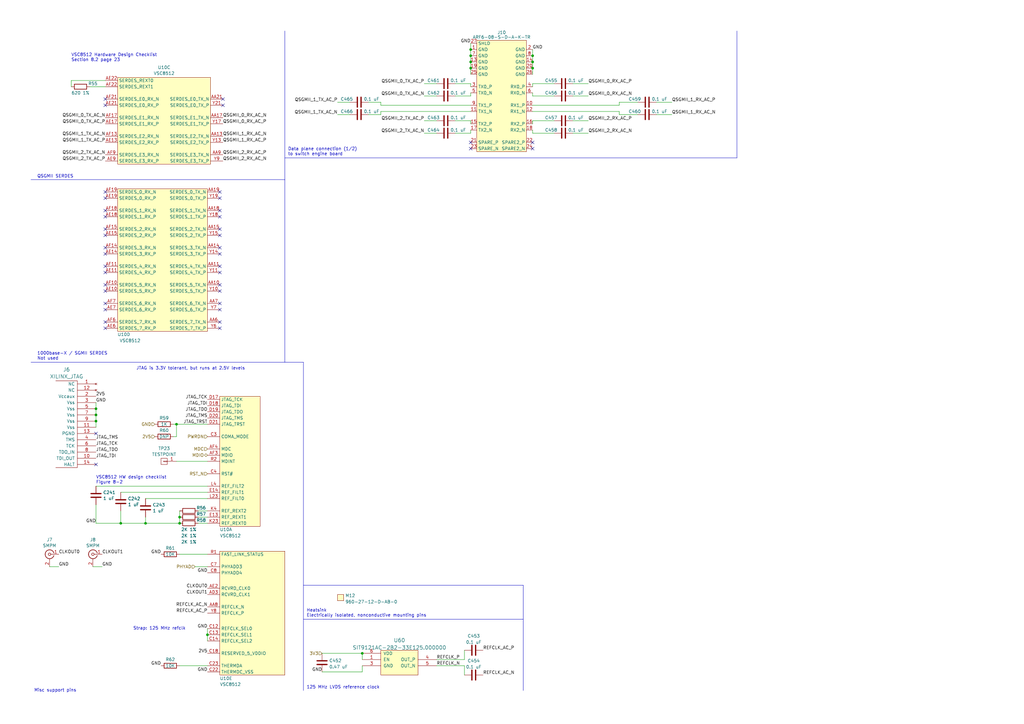
<source format=kicad_sch>
(kicad_sch (version 20231120) (generator "eeschema") (generator_version "8.0")
  (paper "A3")
  (title_block (title "LATENTRED Line Card") (date "2024-12-11") (rev "0.1") (company "Antikernel Labs") (comment 1 "Andrew D. Zonenberg"))
  (junction (at 39.37 172.72))
  (junction (at 39.37 170.18))
  (junction (at 49.53 214.63))
  (junction (at 193.04 27.94))
  (junction (at 193.04 25.4))
  (junction (at 73.66 212.09))
  (junction (at 218.44 25.4))
  (junction (at 193.04 20.32))
  (junction (at 218.44 22.86))
  (junction (at 59.69 214.63))
  (junction (at 72.39 173.99))
  (junction (at 193.04 22.86))
  (junction (at 218.44 27.94))
  (junction (at 73.66 214.63))
  (junction (at 85.09 260.35))
  (junction (at 39.37 167.64))
  (junction (at 148.59 267.97))
  (no_connect (at 43.18 109.22))
  (no_connect (at 193.04 60.96))
  (no_connect (at 90.17 127))
  (no_connect (at 39.37 190.5))
  (no_connect (at 43.18 119.38))
  (no_connect (at 91.44 43.18))
  (no_connect (at 43.18 96.52))
  (no_connect (at 43.18 111.76))
  (no_connect (at 90.17 96.52))
  (no_connect (at 43.18 116.84))
  (no_connect (at 90.17 81.28))
  (no_connect (at 43.18 93.98))
  (no_connect (at 90.17 88.9))
  (no_connect (at 90.17 93.98))
  (no_connect (at 90.17 116.84))
  (no_connect (at 90.17 111.76))
  (no_connect (at 43.18 43.18))
  (no_connect (at 43.18 127))
  (no_connect (at 43.18 86.36))
  (no_connect (at 91.44 40.64))
  (no_connect (at 90.17 101.6))
  (no_connect (at 43.18 104.14))
  (no_connect (at 43.18 88.9))
  (no_connect (at 90.17 124.46))
  (no_connect (at 43.18 134.62))
  (no_connect (at 90.17 119.38))
  (no_connect (at 39.37 177.8))
  (no_connect (at 43.18 132.08))
  (no_connect (at 43.18 124.46))
  (no_connect (at 193.04 58.42))
  (no_connect (at 90.17 86.36))
  (no_connect (at 218.44 58.42))
  (no_connect (at 90.17 104.14))
  (no_connect (at 90.17 78.74))
  (no_connect (at 90.17 134.62))
  (no_connect (at 43.18 101.6))
  (no_connect (at 90.17 132.08))
  (no_connect (at 43.18 40.64))
  (no_connect (at 43.18 78.74))
  (no_connect (at 218.44 60.96))
  (no_connect (at 90.17 109.22))
  (no_connect (at 43.18 81.28))
  (wire (pts (xy 151.13 46.99) (xy 156.21 46.99)))
  (polyline (pts (xy 124.46 148.59) (xy 124.46 283.21)))
  (wire (pts (xy 193.04 34.29) (xy 193.04 35.56)))
  (wire (pts (xy 234.95 34.29) (xy 241.3 34.29)))
  (wire (pts (xy 218.44 34.29) (xy 227.33 34.29)))
  (wire (pts (xy 148.59 275.59) (xy 148.59 273.05)))
  (wire (pts (xy 193.04 38.1) (xy 193.04 39.37)))
  (polyline (pts (xy 302.26 64.77) (xy 116.84 64.77)))
  (wire (pts (xy 218.44 49.53) (xy 218.44 50.8)))
  (wire (pts (xy 80.01 232.41) (xy 85.09 232.41)))
  (wire (pts (xy 39.37 199.39) (xy 85.09 199.39)))
  (polyline (pts (xy 116.84 148.59) (xy 124.46 148.59)))
  (wire (pts (xy 179.07 270.51) (xy 190.5 270.51)))
  (wire (pts (xy 36.83 35.56) (xy 43.18 35.56)))
  (wire (pts (xy 218.44 25.4) (xy 218.44 27.94)))
  (wire (pts (xy 218.44 45.72) (xy 254 45.72)))
  (wire (pts (xy 39.37 214.63) (xy 49.53 214.63)))
  (wire (pts (xy 151.13 41.91) (xy 156.21 41.91)))
  (wire (pts (xy 138.43 46.99) (xy 143.51 46.99)))
  (wire (pts (xy 234.95 54.61) (xy 241.3 54.61)))
  (wire (pts (xy 20.32 232.41) (xy 24.13 232.41)))
  (wire (pts (xy 193.04 27.94) (xy 193.04 30.48)))
  (wire (pts (xy 173.99 54.61) (xy 179.07 54.61)))
  (wire (pts (xy 71.12 173.99) (xy 72.39 173.99)))
  (wire (pts (xy 218.44 27.94) (xy 218.44 30.48)))
  (wire (pts (xy 193.04 17.78) (xy 193.04 20.32)))
  (wire (pts (xy 39.37 167.64) (xy 39.37 170.18)))
  (wire (pts (xy 39.37 207.01) (xy 39.37 214.63)))
  (wire (pts (xy 73.66 209.55) (xy 73.66 212.09)))
  (wire (pts (xy 218.44 43.18) (xy 254 43.18)))
  (wire (pts (xy 218.44 54.61) (xy 227.33 54.61)))
  (wire (pts (xy 179.07 273.05) (xy 190.5 273.05)))
  (wire (pts (xy 218.44 49.53) (xy 227.33 49.53)))
  (polyline (pts (xy 214.63 254) (xy 214.63 283.21)))
  (wire (pts (xy 193.04 20.32) (xy 193.04 22.86)))
  (wire (pts (xy 234.95 39.37) (xy 241.3 39.37)))
  (wire (pts (xy 234.95 49.53) (xy 241.3 49.53)))
  (polyline (pts (xy 116.84 73.66) (xy 116.84 148.59)))
  (wire (pts (xy 173.99 49.53) (xy 179.07 49.53)))
  (wire (pts (xy 49.53 209.55) (xy 49.53 214.63)))
  (wire (pts (xy 218.44 39.37) (xy 227.33 39.37)))
  (wire (pts (xy 72.39 173.99) (xy 85.09 173.99)))
  (wire (pts (xy 81.28 212.09) (xy 85.09 212.09)))
  (polyline (pts (xy 214.63 254) (xy 214.63 240.03)))
  (wire (pts (xy 85.09 260.35) (xy 85.09 262.89)))
  (wire (pts (xy 193.04 53.34) (xy 193.04 54.61)))
  (wire (pts (xy 193.04 49.53) (xy 193.04 50.8)))
  (polyline (pts (xy 302.26 12.7) (xy 302.26 64.77)))
  (wire (pts (xy 186.69 34.29) (xy 193.04 34.29)))
  (wire (pts (xy 73.66 212.09) (xy 73.66 214.63)))
  (polyline (pts (xy 12.7 148.59) (xy 116.84 148.59)))
  (wire (pts (xy 59.69 212.09) (xy 59.69 214.63)))
  (wire (pts (xy 254 43.18) (xy 254 41.91)))
  (wire (pts (xy 138.43 41.91) (xy 143.51 41.91)))
  (wire (pts (xy 81.28 214.63) (xy 85.09 214.63)))
  (wire (pts (xy 38.1 232.41) (xy 41.91 232.41)))
  (wire (pts (xy 186.69 39.37) (xy 193.04 39.37)))
  (wire (pts (xy 156.21 45.72) (xy 193.04 45.72)))
  (wire (pts (xy 190.5 273.05) (xy 190.5 276.86)))
  (wire (pts (xy 72.39 173.99) (xy 72.39 179.07)))
  (polyline (pts (xy 124.46 254) (xy 214.63 254)))
  (wire (pts (xy 132.08 267.97) (xy 148.59 267.97)))
  (wire (pts (xy 218.44 34.29) (xy 218.44 35.56)))
  (wire (pts (xy 59.69 214.63) (xy 73.66 214.63)))
  (wire (pts (xy 173.99 34.29) (xy 179.07 34.29)))
  (wire (pts (xy 193.04 22.86) (xy 193.04 25.4)))
  (wire (pts (xy 193.04 54.61) (xy 186.69 54.61)))
  (wire (pts (xy 49.53 214.63) (xy 59.69 214.63)))
  (wire (pts (xy 218.44 20.32) (xy 218.44 22.86)))
  (wire (pts (xy 254 41.91) (xy 261.62 41.91)))
  (wire (pts (xy 190.5 270.51) (xy 190.5 266.7)))
  (polyline (pts (xy 214.63 240.03) (xy 124.46 240.03)))
  (wire (pts (xy 72.39 189.23) (xy 85.09 189.23)))
  (wire (pts (xy 59.69 204.47) (xy 85.09 204.47)))
  (wire (pts (xy 269.24 41.91) (xy 275.59 41.91)))
  (wire (pts (xy 39.37 165.1) (xy 39.37 167.64)))
  (wire (pts (xy 29.21 35.56) (xy 29.21 33.02)))
  (wire (pts (xy 173.99 39.37) (xy 179.07 39.37)))
  (wire (pts (xy 148.59 267.97) (xy 148.59 270.51)))
  (wire (pts (xy 49.53 201.93) (xy 85.09 201.93)))
  (wire (pts (xy 39.37 170.18) (xy 39.37 172.72)))
  (wire (pts (xy 218.44 22.86) (xy 218.44 25.4)))
  (wire (pts (xy 156.21 41.91) (xy 156.21 43.18)))
  (polyline (pts (xy 12.7 73.66) (xy 116.84 73.66)))
  (wire (pts (xy 29.21 33.02) (xy 43.18 33.02)))
  (wire (pts (xy 269.24 46.99) (xy 275.59 46.99)))
  (wire (pts (xy 85.09 257.81) (xy 85.09 260.35)))
  (wire (pts (xy 218.44 38.1) (xy 218.44 39.37)))
  (wire (pts (xy 156.21 46.99) (xy 156.21 45.72)))
  (wire (pts (xy 193.04 25.4) (xy 193.04 27.94)))
  (wire (pts (xy 73.66 273.05) (xy 85.09 273.05)))
  (wire (pts (xy 72.39 179.07) (xy 71.12 179.07)))
  (wire (pts (xy 73.66 227.33) (xy 85.09 227.33)))
  (wire (pts (xy 218.44 53.34) (xy 218.44 54.61)))
  (wire (pts (xy 132.08 275.59) (xy 148.59 275.59)))
  (wire (pts (xy 186.69 49.53) (xy 193.04 49.53)))
  (polyline (pts (xy 116.84 12.7) (xy 116.84 73.66)))
  (wire (pts (xy 81.28 209.55) (xy 85.09 209.55)))
  (wire (pts (xy 254 46.99) (xy 261.62 46.99)))
  (wire (pts (xy 254 45.72) (xy 254 46.99)))
  (wire (pts (xy 39.37 172.72) (xy 39.37 175.26)))
  (wire (pts (xy 156.21 43.18) (xy 193.04 43.18)))
  (text "JTAG is 3.3V tolerant, but runs at 2.5V levels" (at 55.88 151.13 0) (effects (font (size 1.27 1.27)) (justify left)))
  (text "VSC8512 HW design checklist\nFigure 8-2" (at 39.37 196.85 0) (effects (font (size 1.27 1.27)) (justify left)))
  (text "Misc support pins" (at 13.97 283.21 0) (effects (font (size 1.27 1.27)) (justify left)))
  (text "Heatsink\nElectrically isolated, nonconductive mounting pins" (at 125.73 251.46 0) (effects (font (size 1.27 1.27)) (justify left)))
  (text "QSGMII SERDES" (at 15.24 72.39 0) (effects (font (size 1.27 1.27)) (justify left)))
  (text "Strap: 125 MHz refclk" (at 54.61 257.81 0) (effects (font (size 1.27 1.27)) (justify left)))
  (text "VSC8512 Hardware Design Checklist\nSection 8.2 page 23" (at 29.21 25.4 0) (effects (font (size 1.27 1.27)) (justify left bottom)))
  (text "125 MHz LVDS reference clock" (at 125.73 281.94 0) (effects (font (size 1.27 1.27)) (justify left)))
  (text "Data plane connection (1/2)\nto switch engine board" (at 118.11 62.23 0) (effects (font (size 1.27 1.27)) (justify left)))
  (text "1000base-X / SGMII SERDES\nNot used" (at 15.24 146.05 0) (effects (font (size 1.27 1.27)) (justify left)))
  (label "QSGMII_1_TX_AC_N" (at 138.43 46.99 180))
  (label "CLKOUT1" (at 85.09 243.84 180))
  (label "GND" (at 85.09 257.81 180))
  (label "GND" (at 85.09 275.59 180))
  (label "QSGMII_0_TX_AC_N" (at 43.18 48.26 180))
  (label "GND" (at 24.13 232.41 0))
  (label "REFCLK_AC_P" (at 85.09 251.46 180))
  (label "JTAG_TDI" (at 39.37 187.96 0))
  (label "QSGMII_1_RX_AC_N" (at 91.44 55.88 0))
  (label "QSGMII_2_TX_AC_P" (at 43.18 66.04 180))
  (label "JTAG_TCK" (at 39.37 182.88 0))
  (label "GND" (at 39.37 165.1 0))
  (label "QSGMII_0_TX_AC_P" (at 173.99 34.29 180))
  (label "GND" (at 85.09 234.95 180))
  (label "QSGMII_2_RX_AC_P" (at 91.44 63.5 0))
  (label "QSGMII_2_RX_AC_P" (at 241.3 49.53 0))
  (label "REFCLK_N" (at 179.07 273.05 0))
  (label "JTAG_TRST" (at 85.09 173.99 180))
  (label "QSGMII_0_RX_AC_N" (at 91.44 48.26 0))
  (label "GND" (at 39.37 214.63 180))
  (label "QSGMII_2_RX_AC_N" (at 241.3 54.61 0))
  (label "REFCLK_AC_N" (at 198.12 276.86 0))
  (label "GND" (at 218.44 20.32 0))
  (label "REFCLK_P" (at 179.07 270.51 0))
  (label "2V5" (at 39.37 162.56 0))
  (label "GND" (at 66.04 227.33 180))
  (label "CLKOUT0" (at 24.13 227.33 0))
  (label "QSGMII_0_TX_AC_N" (at 173.99 39.37 180))
  (label "JTAG_TMS" (at 85.09 171.45 180))
  (label "JTAG_TCK" (at 85.09 163.83 180))
  (label "2V5" (at 85.09 267.97 180))
  (label "GND" (at 41.91 232.41 0))
  (label "QSGMII_2_TX_AC_P" (at 173.99 49.53 180))
  (label "JTAG_TDI" (at 85.09 166.37 180))
  (label "JTAG_TMS" (at 39.37 180.34 0))
  (label "GND" (at 193.04 17.78 180))
  (label "CLKOUT1" (at 41.91 227.33 0))
  (label "QSGMII_0_TX_AC_P" (at 43.18 50.8 180))
  (label "QSGMII_1_TX_AC_P" (at 43.18 58.42 180))
  (label "REFCLK_AC_P" (at 198.12 266.7 0))
  (label "JTAG_TDO" (at 39.37 185.42 0))
  (label "QSGMII_0_RX_AC_P" (at 241.3 34.29 0))
  (label "QSGMII_2_TX_AC_N" (at 173.99 54.61 180))
  (label "QSGMII_0_RX_AC_N" (at 241.3 39.37 0))
  (label "JTAG_TDO" (at 85.09 168.91 180))
  (label "GND" (at 66.04 273.05 180))
  (label "QSGMII_2_RX_AC_N" (at 91.44 66.04 0))
  (label "CLKOUT0" (at 85.09 241.3 180))
  (label "QSGMII_1_RX_AC_N" (at 275.59 46.99 0))
  (label "QSGMII_0_RX_AC_P" (at 91.44 50.8 0))
  (label "QSGMII_2_TX_AC_N" (at 43.18 63.5 180))
  (label "QSGMII_1_RX_AC_P" (at 275.59 41.91 0))
  (label "QSGMII_1_TX_AC_N" (at 43.18 55.88 180))
  (label "QSGMII_1_TX_AC_P" (at 138.43 41.91 180))
  (label "REFCLK_AC_N" (at 85.09 248.92 180))
  (label "QSGMII_1_RX_AC_P" (at 91.44 58.42 0))
  (label "GND" (at 132.08 275.59 180))
  (hierarchical_label "MDC" (shape input) (at 85.09 184.15 180))
  (hierarchical_label "2V5" (shape input) (at 63.5 179.07 180))
  (hierarchical_label "PHYAD" (shape input) (at 80.01 232.41 180))
  (hierarchical_label "PWRDN" (shape input) (at 85.09 179.07 180))
  (hierarchical_label "GND" (shape input) (at 63.5 173.99 180))
  (hierarchical_label "3V3" (shape input) (at 132.08 267.97 180))
  (hierarchical_label "RST_N" (shape input) (at 85.09 194.31 180))
  (hierarchical_label "MDIO" (shape bidirectional) (at 85.09 186.69 180))
  (symbol (lib_id "device:C") (at 59.69 208.28 0) (unit 1)
    (property "Reference" "C243" (at 62.611 207.0678 0) (effects (justify left)))
    (property "Value" "1 uF" (at 62.611 209.4921 0) (effects (justify left)))
    (property "Footprint" "azonenberg_pcb:EIA_0402_CAP_NOSILK" (effects (hide yes)))
    (property "Description" "Unpolarized capacitor" (effects (hide yes)))
  )
  (symbol (lib_id "device:C") (at 182.88 39.37 90) (unit 1)
    (property "Reference" "C462" (at 177.8 38.1 90))
    (property "Value" "0.1 uF" (at 187.96 38.1 90))
    (property "Footprint" "azonenberg_pcb:EIA_0402_CAP_NOSILK" (effects (hide yes)))
  )
  (symbol (lib_id "device:R") (at 33.02 35.56 90) (unit 1)
    (property "Reference" "R55" (at 38.1 34.29 90))
    (property "Value" "620 1%" (at 33.02 38.1 90))
    (property "Footprint" "azonenberg_pcb:EIA_0402_RES_NOSILK" (effects (hide yes)))
    (property "Description" "Resistor" (effects (hide yes)))
  )
  (symbol (lib_id "device:R") (at 69.85 273.05 90) (unit 1)
    (property "Reference" "R62" (at 69.85 270.51 90))
    (property "Value" "10K" (at 69.85 273.05 90))
    (property "Footprint" "azonenberg_pcb:EIA_0402_RES_NOSILK" (effects (hide yes)))
    (property "Description" "Resistor" (effects (hide yes)))
  )
  (symbol (lib_id "microchip-azonenberg:VSC8512") (at 90.17 215.9 0) (unit 1)
    (property "Reference" "U10" (at 90.17 217.17 0) (effects (justify left)))
    (property "Value" "VSC8512" (at 90.17 219.71 0) (effects (justify left)))
    (property "Footprint" "azonenberg_pcb:BGA_676_27x27_FULLARRAY_1MM_FFG676" (effects (hide yes)))
  )
  (symbol (lib_id "microchip-azonenberg:VSC8512") (at 48.26 67.31 0) (unit 3)
    (property "Reference" "U10" (at 67.31 27.6563 0))
    (property "Value" "VSC8512" (at 67.31 30.0806 0))
    (property "Footprint" "azonenberg_pcb:BGA_676_27x27_FULLARRAY_1MM_FFG676" (effects (hide yes)))
  )
  (symbol (lib_id "device:C") (at 147.32 46.99 90) (unit 1)
    (property "Reference" "C466" (at 142.24 45.72 90))
    (property "Value" "0.1 uF" (at 152.4 45.72 90))
    (property "Footprint" "azonenberg_pcb:EIA_0402_CAP_NOSILK" (effects (hide yes)))
  )
  (symbol (lib_id "conn:CONN_COAXIAL") (at 20.32 227.33 0) (mirror y) (unit 1)
    (property "Reference" "J7" (at 20.3199 221.3589 0))
    (property "Value" "SMPM" (at 20.3199 223.7832 0))
    (property "Footprint" "azonenberg_pcb:CONN_SMPM_AMPHENOL_C925-197J-51PT" (effects (hide yes)))
    (property "Description" "coaxial connector (BNC, SMA, SMB, SMC, Cinch/RCA, ...)" (effects (hide yes)))
  )
  (symbol (lib_id "device:C") (at 194.31 276.86 90) (unit 1)
    (property "Reference" "C454" (at 194.31 271.0012 90))
    (property "Value" "0.1 uF" (at 194.31 273.5381 90))
    (property "Footprint" "azonenberg_pcb:EIA_0402_CAP_NOSILK" (effects (hide yes)))
  )
  (symbol (lib_id "device:C") (at 231.14 39.37 90) (unit 1)
    (property "Reference" "C456" (at 226.06 38.1 90))
    (property "Value" "0.1 uF" (at 236.22 38.1 90))
    (property "Footprint" "azonenberg_pcb:EIA_0402_CAP_NOSILK" (effects (hide yes)))
  )
  (symbol (lib_id "conn:CONN_01X01") (at 67.31 189.23 180) (unit 1)
    (property "Reference" "TP23" (at 67.31 183.9425 0))
    (property "Value" "TESTPOINT" (at 67.31 186.3668 0))
    (property "Footprint" "azonenberg_pcb:TESTPOINT_SMT_0.5MM" (effects (hide yes)))
    (property "Description" "Connector, single row, 01x01, pin header" (effects (hide yes)))
  )
  (symbol (lib_id "device:C") (at 231.14 54.61 90) (unit 1)
    (property "Reference" "C458" (at 226.06 53.34 90))
    (property "Value" "0.1 uF" (at 236.22 53.34 90))
    (property "Footprint" "azonenberg_pcb:EIA_0402_CAP_NOSILK" (effects (hide yes)))
  )
  (symbol (lib_id "device:C") (at 182.88 49.53 90) (unit 1)
    (property "Reference" "C463" (at 177.8 48.26 90))
    (property "Value" "0.1 uF" (at 187.96 48.26 90))
    (property "Footprint" "azonenberg_pcb:EIA_0402_CAP_NOSILK" (effects (hide yes)))
  )
  (symbol (lib_id "conn:CONN_COAXIAL") (at 38.1 227.33 0) (mirror y) (unit 1)
    (property "Reference" "J8" (at 38.0999 221.3589 0))
    (property "Value" "SMPM" (at 38.0999 223.7832 0))
    (property "Footprint" "azonenberg_pcb:CONN_SMPM_AMPHENOL_C925-197J-51PT" (effects (hide yes)))
    (property "Description" "coaxial connector (BNC, SMA, SMB, SMC, Cinch/RCA, ...)" (effects (hide yes)))
  )
  (symbol (lib_id "device:R") (at 67.31 179.07 90) (unit 1)
    (property "Reference" "R60" (at 67.31 176.53 90))
    (property "Value" "DNP" (at 67.31 179.07 90))
    (property "Footprint" "azonenberg_pcb:EIA_0402_RES_NOSILK" (effects (hide yes)))
    (property "Description" "Resistor" (effects (hide yes)))
  )
  (symbol (lib_id "device:R") (at 77.47 209.55 90) (unit 1)
    (property "Reference" "R56" (at 82.55 208.28 90))
    (property "Value" "2K 1%" (at 77.47 217.17 90))
    (property "Footprint" "azonenberg_pcb:EIA_0402_RES_NOSILK" (effects (hide yes)))
    (property "Description" "Resistor" (effects (hide yes)))
  )
  (symbol (lib_id "device:R") (at 69.85 227.33 90) (unit 1)
    (property "Reference" "R61" (at 69.85 224.79 90))
    (property "Value" "10K" (at 69.85 227.33 90))
    (property "Footprint" "azonenberg_pcb:EIA_0402_RES_NOSILK" (effects (hide yes)))
    (property "Description" "Resistor" (effects (hide yes)))
  )
  (symbol (lib_id "special-azonenberg:CONN_LATENTRED_LINECARD_HS_DEVICE") (at 195.58 62.23 0) (unit 1)
    (property "Reference" "J10" (at 205.74 13.335 0))
    (property "Value" "ARF6-08-S-D-A-K-TR" (at 205.74 15.24 0))
    (property "Footprint" "azonenberg_pcb:CONN_SAMTEC_ARF6-08-S-D-A-K-TR" (effects (hide yes)))
  )
  (symbol (lib_id "device:C") (at 265.43 41.91 90) (unit 1)
    (property "Reference" "C459" (at 260.35 40.64 90))
    (property "Value" "0.1 uF" (at 270.51 40.64 90))
    (property "Footprint" "azonenberg_pcb:EIA_0402_CAP_NOSILK" (effects (hide yes)))
  )
  (symbol (lib_id "microchip-azonenberg:VSC8512") (at 90.17 276.86 0) (unit 5)
    (property "Reference" "U10" (at 90.17 278.2457 0) (effects (justify left)))
    (property "Value" "VSC8512" (at 90.17 280.67 0) (effects (justify left)))
    (property "Footprint" "azonenberg_pcb:BGA_676_27x27_FULLARRAY_1MM_FFG676" (effects (hide yes)))
  )
  (symbol (lib_id "device:R") (at 67.31 173.99 90) (unit 1)
    (property "Reference" "R59" (at 67.31 171.45 90))
    (property "Value" "1K" (at 67.31 173.99 90))
    (property "Footprint" "azonenberg_pcb:EIA_0402_RES_NOSILK" (effects (hide yes)))
    (property "Description" "Resistor" (effects (hide yes)))
  )
  (symbol (lib_id "device:C") (at 182.88 54.61 90) (unit 1)
    (property "Reference" "C464" (at 177.8 53.34 90))
    (property "Value" "0.1 uF" (at 187.96 53.34 90))
    (property "Footprint" "azonenberg_pcb:EIA_0402_CAP_NOSILK" (effects (hide yes)))
  )
  (symbol (lib_id "device:C") (at 265.43 46.99 90) (unit 1)
    (property "Reference" "C460" (at 260.35 45.72 90))
    (property "Value" "0.1 uF" (at 270.51 45.72 90))
    (property "Footprint" "azonenberg_pcb:EIA_0402_CAP_NOSILK" (effects (hide yes)))
  )
  (symbol (lib_id "special-azonenberg:MECHANICAL") (at 138.43 245.11 0) (unit 1)
    (property "Reference" "M12" (at 141.605 244.2753 0) (effects (justify left)))
    (property "Value" "960-27-12-D-AB-0" (at 141.605 246.8122 0) (effects (justify left)))
    (property "Footprint" "azonenberg_pcb:HEATSINK_WAKEFIELDVETTE_960-27-12-D-AB-0" (effects (hide yes)))
  )
  (symbol (lib_id "device:C") (at 231.14 49.53 90) (unit 1)
    (property "Reference" "C457" (at 226.06 48.26 90))
    (property "Value" "0.1 uF" (at 236.22 48.26 90))
    (property "Footprint" "azonenberg_pcb:EIA_0402_CAP_NOSILK" (effects (hide yes)))
  )
  (symbol (lib_id "device:R") (at 77.47 214.63 90) (unit 1)
    (property "Reference" "R58" (at 82.55 213.36 90))
    (property "Value" "2K 1%" (at 77.47 222.25 90))
    (property "Footprint" "azonenberg_pcb:EIA_0402_RES_NOSILK" (effects (hide yes)))
    (property "Description" "Resistor" (effects (hide yes)))
  )
  (symbol (lib_id "device:C") (at 147.32 41.91 90) (unit 1)
    (property "Reference" "C465" (at 142.24 40.64 90))
    (property "Value" "0.1 uF" (at 152.4 40.64 90))
    (property "Footprint" "azonenberg_pcb:EIA_0402_CAP_NOSILK" (effects (hide yes)))
  )
  (symbol (lib_id "device:C") (at 39.37 203.2 0) (unit 1)
    (property "Reference" "C241" (at 42.291 201.9878 0) (effects (justify left)))
    (property "Value" "1 uF" (at 42.291 204.4121 0) (effects (justify left)))
    (property "Footprint" "azonenberg_pcb:EIA_0402_CAP_NOSILK" (effects (hide yes)))
    (property "Description" "Unpolarized capacitor" (effects (hide yes)))
  )
  (symbol (lib_id "xilinx-azonenberg:XILINX_JTAG") (at 39.37 190.5 0) (mirror y) (unit 1)
    (property "Reference" "J6" (at 27.305 151.5796 0) (effects (font (size 1.524 1.524))))
    (property "Value" "XILINX_JTAG" (at 27.305 154.4125 0) (effects (font (size 1.524 1.524))))
    (property "Footprint" "azonenberg_pcb:XILINX_JTAG_PTH_MOLEX_0878311420" (effects (hide yes)))
  )
  (symbol (lib_id "device:C") (at 49.53 205.74 0) (unit 1)
    (property "Reference" "C242" (at 52.451 204.5278 0) (effects (justify left)))
    (property "Value" "1 uF" (at 52.451 206.9521 0) (effects (justify left)))
    (property "Footprint" "azonenberg_pcb:EIA_0402_CAP_NOSILK" (effects (hide yes)))
    (property "Description" "Unpolarized capacitor" (effects (hide yes)))
  )
  (symbol (lib_id "microchip-azonenberg:VSC8512") (at 48.26 135.89 0) (unit 4)
    (property "Reference" "U10" (at 50.8 137.16 0))
    (property "Value" "VSC8512" (at 53.34 139.7 0))
    (property "Footprint" "azonenberg_pcb:BGA_676_27x27_FULLARRAY_1MM_FFG676" (effects (hide yes)))
  )
  (symbol (lib_id "device:C") (at 231.14 34.29 90) (unit 1)
    (property "Reference" "C455" (at 226.06 33.02 90))
    (property "Value" "0.1 uF" (at 236.22 33.02 90))
    (property "Footprint" "azonenberg_pcb:EIA_0402_CAP_NOSILK" (effects (hide yes)))
  )
  (symbol (lib_id "device:C") (at 182.88 34.29 90) (unit 1)
    (property "Reference" "C461" (at 177.8 33.02 90))
    (property "Value" "0.1 uF" (at 187.96 33.02 90))
    (property "Footprint" "azonenberg_pcb:EIA_0402_CAP_NOSILK" (effects (hide yes)))
  )
  (symbol (lib_id "device:R") (at 77.47 212.09 90) (unit 1)
    (property "Reference" "R57" (at 82.55 210.82 90))
    (property "Value" "2K 1%" (at 77.47 219.71 90))
    (property "Footprint" "azonenberg_pcb:EIA_0402_RES_NOSILK" (effects (hide yes)))
    (property "Description" "Resistor" (effects (hide yes)))
  )
  (symbol (lib_id "device:C") (at 194.31 266.7 90) (unit 1)
    (property "Reference" "C453" (at 194.31 260.8412 90))
    (property "Value" "0.1 uF" (at 194.31 263.3781 90))
    (property "Footprint" "azonenberg_pcb:EIA_0402_CAP_NOSILK" (effects (hide yes)))
  )
  (symbol (lib_id "osc-azonenberg:OSC_LVDS_NOPAD") (at 156.21 276.86 0) (unit 1)
    (property "Reference" "U60" (at 163.83 262.6159 0) (effects (font (size 1.524 1.524))))
    (property "Value" "SIT9121AC-2B2-33E125.000000" (at 163.83 265.6093 0) (effects (font (size 1.524 1.524))))
    (property "Footprint" "azonenberg_pcb:OSCILLATOR_LVDS_3.2x2.5" (effects (hide yes)))
  )
  (symbol (lib_id "device:C") (at 132.08 271.78 0) (unit 1)
    (property "Reference" "C452" (at 135.001 270.9453 0) (effects (justify left)))
    (property "Value" "0.47 uF" (at 135.001 273.4822 0) (effects (justify left)))
    (property "Footprint" "azonenberg_pcb:EIA_0402_CAP_NOSILK" (effects (hide yes)))
  )
)
</source>
